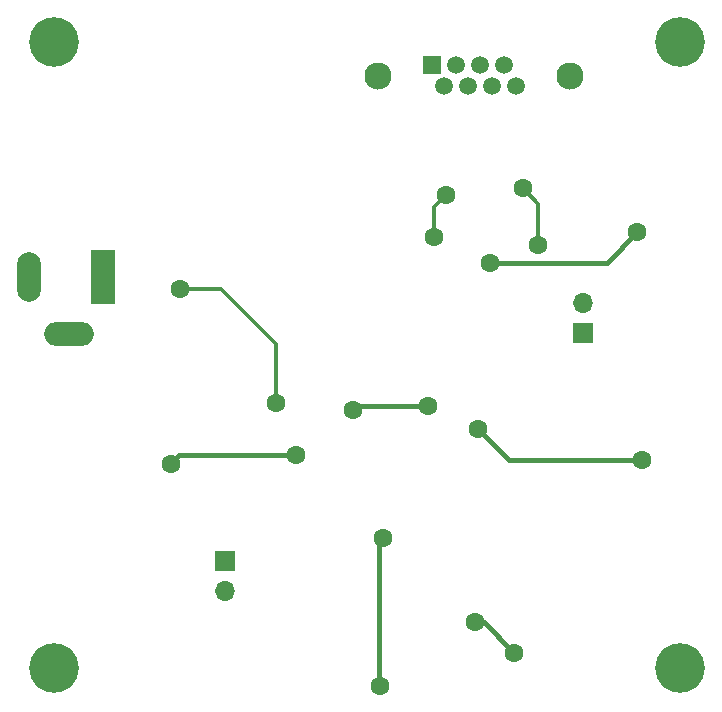
<source format=gbr>
%TF.GenerationSoftware,KiCad,Pcbnew,8.0.0*%
%TF.CreationDate,2024-10-07T21:47:18+03:00*%
%TF.ProjectId,laser_com_v1,6c617365-725f-4636-9f6d-5f76312e6b69,rev?*%
%TF.SameCoordinates,Original*%
%TF.FileFunction,Copper,L2,Bot*%
%TF.FilePolarity,Positive*%
%FSLAX46Y46*%
G04 Gerber Fmt 4.6, Leading zero omitted, Abs format (unit mm)*
G04 Created by KiCad (PCBNEW 8.0.0) date 2024-10-07 21:47:18*
%MOMM*%
%LPD*%
G01*
G04 APERTURE LIST*
%TA.AperFunction,ComponentPad*%
%ADD10R,1.700000X1.700000*%
%TD*%
%TA.AperFunction,ComponentPad*%
%ADD11O,1.700000X1.700000*%
%TD*%
%TA.AperFunction,ComponentPad*%
%ADD12R,1.500000X1.500000*%
%TD*%
%TA.AperFunction,ComponentPad*%
%ADD13C,1.500000*%
%TD*%
%TA.AperFunction,ComponentPad*%
%ADD14C,2.300000*%
%TD*%
%TA.AperFunction,ComponentPad*%
%ADD15R,2.000000X4.600000*%
%TD*%
%TA.AperFunction,ComponentPad*%
%ADD16O,2.000000X4.200000*%
%TD*%
%TA.AperFunction,ComponentPad*%
%ADD17O,4.200000X2.000000*%
%TD*%
%TA.AperFunction,ViaPad*%
%ADD18C,4.200000*%
%TD*%
%TA.AperFunction,ViaPad*%
%ADD19C,1.600000*%
%TD*%
%TA.AperFunction,Conductor*%
%ADD20C,0.400000*%
%TD*%
%TA.AperFunction,Conductor*%
%ADD21C,0.300000*%
%TD*%
G04 APERTURE END LIST*
D10*
%TO.P,LD1,1,K*%
%TO.N,Net-(LD1-K)*%
X113766470Y-96623530D03*
D11*
%TO.P,LD1,2,A*%
%TO.N,Net-(LD1-A)*%
X113766470Y-94083530D03*
%TD*%
D10*
%TO.P,D4,1,K*%
%TO.N,Net-(D4-K)*%
X83512500Y-115937500D03*
D11*
%TO.P,D4,2,A*%
%TO.N,Net-(D4-A)*%
X83512500Y-118477500D03*
%TD*%
D12*
%TO.P,J1,1*%
%TO.N,/TX+*%
X101043375Y-73956625D03*
D13*
%TO.P,J1,2*%
%TO.N,/TX-*%
X102059375Y-75736625D03*
%TO.P,J1,3*%
%TO.N,/RX+*%
X103075375Y-73956625D03*
%TO.P,J1,4*%
%TO.N,unconnected-(J1-Pad4)*%
X104091375Y-75736625D03*
%TO.P,J1,5*%
%TO.N,unconnected-(J1-Pad5)*%
X105107375Y-73956625D03*
%TO.P,J1,6*%
%TO.N,/RX-*%
X106123375Y-75736625D03*
%TO.P,J1,7*%
%TO.N,unconnected-(J1-Pad7)*%
X107139375Y-73956625D03*
%TO.P,J1,8*%
%TO.N,unconnected-(J1-Pad8)*%
X108155375Y-75736625D03*
D14*
%TO.P,J1,SH*%
%TO.N,GND*%
X96473375Y-74846625D03*
X112733375Y-74846625D03*
%TD*%
D15*
%TO.P,J2,1*%
%TO.N,Net-(F1-Pad1)*%
X73200000Y-91900000D03*
D16*
%TO.P,J2,2*%
%TO.N,GND*%
X66900000Y-91900000D03*
D17*
%TO.P,J2,3*%
X70300000Y-96700000D03*
%TD*%
D18*
%TO.N,GND*%
X122000000Y-125000000D03*
X69000000Y-72000000D03*
D19*
X78900000Y-107700000D03*
X108000000Y-123700000D03*
D18*
X122000000Y-72000000D03*
X69000000Y-125000000D03*
D19*
X118400000Y-88100000D03*
X89500000Y-107000000D03*
X105900000Y-90700000D03*
X104700000Y-121100000D03*
X104900000Y-104800000D03*
X118800000Y-107400000D03*
%TO.N,/LASER DRIVER/+5V*%
X94300000Y-103200000D03*
X100700000Y-102800000D03*
X96600000Y-126500000D03*
X96900000Y-114000000D03*
%TO.N,/TX+*%
X102200000Y-85000000D03*
X101200000Y-88500000D03*
%TO.N,/RX+*%
X110000000Y-89200000D03*
X108700000Y-84400000D03*
%TO.N,Net-(U5-FB)*%
X79650000Y-92900000D03*
X87800875Y-102563375D03*
%TD*%
D20*
%TO.N,GND*%
X79600000Y-107000000D02*
X89500000Y-107000000D01*
X115800000Y-90700000D02*
X118400000Y-88100000D01*
X78900000Y-107700000D02*
X79600000Y-107000000D01*
X107500000Y-107400000D02*
X118800000Y-107400000D01*
X105900000Y-90700000D02*
X115800000Y-90700000D01*
X104700000Y-121100000D02*
X105400000Y-121100000D01*
X105400000Y-121100000D02*
X108000000Y-123700000D01*
X104900000Y-104800000D02*
X107500000Y-107400000D01*
%TO.N,/LASER DRIVER/+5V*%
X94700000Y-102800000D02*
X94300000Y-103200000D01*
X96900000Y-114000000D02*
X96500000Y-114400000D01*
X96500000Y-114400000D02*
X96500000Y-126400000D01*
X96500000Y-126400000D02*
X96600000Y-126500000D01*
X100700000Y-102800000D02*
X94700000Y-102800000D01*
D21*
%TO.N,/TX+*%
X101200000Y-86000000D02*
X102200000Y-85000000D01*
X101200000Y-88500000D02*
X101200000Y-86000000D01*
%TO.N,/RX+*%
X110000000Y-85700000D02*
X108700000Y-84400000D01*
X110000000Y-89200000D02*
X110000000Y-85700000D01*
%TO.N,Net-(U5-FB)*%
X83137500Y-92900000D02*
X87800875Y-97563375D01*
X79650000Y-92900000D02*
X83137500Y-92900000D01*
X87800875Y-97563375D02*
X87800875Y-102563375D01*
%TD*%
M02*

</source>
